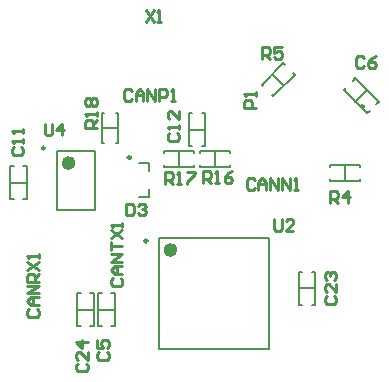
<source format=gbr>
%TF.GenerationSoftware,Altium Limited,Altium Designer,18.1.9 (240)*%
G04 Layer_Color=65535*
%FSLAX26Y26*%
%MOIN*%
%TF.FileFunction,Legend,Top*%
%TF.Part,Single*%
G01*
G75*
%TA.AperFunction,NonConductor*%
%ADD50C,0.010000*%
%ADD51C,0.009842*%
%ADD53C,0.023622*%
%ADD55C,0.007874*%
%ADD56C,0.005906*%
D50*
X498140Y1963177D02*
X524379Y1923820D01*
Y1963177D02*
X498140Y1923820D01*
X537498D02*
X550617D01*
X544057D01*
Y1963177D01*
X537498Y1956618D01*
X161026Y1584544D02*
Y1551747D01*
X167585Y1545187D01*
X180704D01*
X187264Y1551747D01*
Y1584544D01*
X220062Y1545187D02*
Y1584544D01*
X200383Y1564866D01*
X226621D01*
X925197Y1267294D02*
Y1234496D01*
X931756Y1227936D01*
X944876D01*
X951435Y1234496D01*
Y1267294D01*
X990793Y1227936D02*
X964554D01*
X990793Y1254175D01*
Y1260734D01*
X984233Y1267294D01*
X971114D01*
X964554Y1260734D01*
X387986Y1071206D02*
X381426Y1064647D01*
Y1051527D01*
X387986Y1044968D01*
X414224D01*
X420784Y1051527D01*
Y1064647D01*
X414224Y1071206D01*
X420784Y1084325D02*
X394545D01*
X381426Y1097444D01*
X394545Y1110563D01*
X420784D01*
X401105D01*
Y1084325D01*
X420784Y1123683D02*
X381426D01*
X420784Y1149921D01*
X381426D01*
Y1163040D02*
Y1189278D01*
Y1176159D01*
X420784D01*
X381426Y1202397D02*
X420784Y1228636D01*
X381426D02*
X420784Y1202397D01*
Y1241755D02*
Y1254874D01*
Y1248314D01*
X381426D01*
X387986Y1241755D01*
X108934Y966120D02*
X102375Y959560D01*
Y946441D01*
X108934Y939882D01*
X135173D01*
X141732Y946441D01*
Y959560D01*
X135173Y966120D01*
X141732Y979239D02*
X115494D01*
X102375Y992358D01*
X115494Y1005477D01*
X141732D01*
X122054D01*
Y979239D01*
X141732Y1018596D02*
X102375D01*
X141732Y1044835D01*
X102375D01*
X141732Y1057954D02*
X102375D01*
Y1077632D01*
X108934Y1084192D01*
X122054D01*
X128613Y1077632D01*
Y1057954D01*
Y1071073D02*
X141732Y1084192D01*
X102375Y1097311D02*
X141732Y1123549D01*
X102375D02*
X141732Y1097311D01*
Y1136669D02*
Y1149788D01*
Y1143228D01*
X102375D01*
X108934Y1136669D01*
X451435Y1694215D02*
X444876Y1700775D01*
X431757D01*
X425197Y1694215D01*
Y1667977D01*
X431757Y1661417D01*
X444876D01*
X451435Y1667977D01*
X464554Y1661417D02*
Y1687656D01*
X477673Y1700775D01*
X490793Y1687656D01*
Y1661417D01*
Y1681096D01*
X464554D01*
X503912Y1661417D02*
Y1700775D01*
X530150Y1661417D01*
Y1700775D01*
X543269Y1661417D02*
Y1700775D01*
X562948D01*
X569507Y1694215D01*
Y1681096D01*
X562948Y1674536D01*
X543269D01*
X582626Y1661417D02*
X595746D01*
X589186D01*
Y1700775D01*
X582626Y1694215D01*
X860884Y1395310D02*
X854324Y1401870D01*
X841205D01*
X834646Y1395310D01*
Y1369072D01*
X841205Y1362513D01*
X854324D01*
X860884Y1369072D01*
X874003Y1362513D02*
Y1388751D01*
X887122Y1401870D01*
X900241Y1388751D01*
Y1362513D01*
Y1382191D01*
X874003D01*
X913361Y1362513D02*
Y1401870D01*
X939599Y1362513D01*
Y1401870D01*
X952718Y1362513D02*
Y1401870D01*
X978956Y1362513D01*
Y1401870D01*
X992075Y1362513D02*
X1005194D01*
X998635D01*
Y1401870D01*
X992075Y1395310D01*
X334558Y1570938D02*
X295200D01*
Y1590617D01*
X301760Y1597176D01*
X314879D01*
X321438Y1590617D01*
Y1570938D01*
Y1584057D02*
X334558Y1597176D01*
Y1610296D02*
Y1623415D01*
Y1616855D01*
X295200D01*
X301760Y1610296D01*
Y1643093D02*
X295200Y1649653D01*
Y1662772D01*
X301760Y1669332D01*
X308319D01*
X314879Y1662772D01*
X321438Y1669332D01*
X327998D01*
X334558Y1662772D01*
Y1649653D01*
X327998Y1643093D01*
X321438D01*
X314879Y1649653D01*
X308319Y1643093D01*
X301760D01*
X314879Y1649653D02*
Y1662772D01*
X564055Y1382763D02*
Y1422120D01*
X583734D01*
X590293Y1415560D01*
Y1402441D01*
X583734Y1395882D01*
X564055D01*
X577174D02*
X590293Y1382763D01*
X603413D02*
X616532D01*
X609972D01*
Y1422120D01*
X603413Y1415560D01*
X636210Y1422120D02*
X662448D01*
Y1415560D01*
X636210Y1389322D01*
Y1382763D01*
X688756Y1387881D02*
Y1427238D01*
X708435D01*
X714995Y1420679D01*
Y1407560D01*
X708435Y1401000D01*
X688756D01*
X701875D02*
X714995Y1387881D01*
X728114D02*
X741233D01*
X734673D01*
Y1427238D01*
X728114Y1420679D01*
X787150Y1427238D02*
X774031Y1420679D01*
X760912Y1407560D01*
Y1394440D01*
X767471Y1387881D01*
X780590D01*
X787150Y1394440D01*
Y1401000D01*
X780590Y1407560D01*
X760912D01*
X886410Y1799213D02*
Y1838570D01*
X906089D01*
X912649Y1832010D01*
Y1818891D01*
X906089Y1812332D01*
X886410D01*
X899529D02*
X912649Y1799213D01*
X952006Y1838570D02*
X925768D01*
Y1818891D01*
X938887Y1825451D01*
X945447D01*
X952006Y1818891D01*
Y1805772D01*
X945447Y1799213D01*
X932327D01*
X925768Y1805772D01*
X1114173Y1320771D02*
Y1360128D01*
X1133852D01*
X1140411Y1353569D01*
Y1340449D01*
X1133852Y1333890D01*
X1114173D01*
X1127292D02*
X1140411Y1320771D01*
X1173209D02*
Y1360128D01*
X1153531Y1340449D01*
X1179769D01*
X866858Y1637795D02*
X827501D01*
Y1657474D01*
X834061Y1664034D01*
X847180D01*
X853739Y1657474D01*
Y1637795D01*
X866858Y1677153D02*
Y1690272D01*
Y1683712D01*
X827501D01*
X834061Y1677153D01*
X433189Y1318343D02*
Y1278986D01*
X452868D01*
X459427Y1285545D01*
Y1311784D01*
X452868Y1318343D01*
X433189D01*
X472546Y1311784D02*
X479106Y1318343D01*
X492225D01*
X498784Y1311784D01*
Y1305224D01*
X492225Y1298664D01*
X485665D01*
X492225D01*
X498784Y1292105D01*
Y1285545D01*
X492225Y1278986D01*
X479106D01*
X472546Y1285545D01*
X271787Y785096D02*
X265227Y778537D01*
Y765418D01*
X271787Y758858D01*
X298025D01*
X304585Y765418D01*
Y778537D01*
X298025Y785096D01*
X304585Y824454D02*
Y798216D01*
X278346Y824454D01*
X271787D01*
X265227Y817894D01*
Y804775D01*
X271787Y798216D01*
X304585Y857252D02*
X265227D01*
X284906Y837573D01*
Y863811D01*
X1101061Y1010490D02*
X1094501Y1003931D01*
Y990812D01*
X1101061Y984252D01*
X1127299D01*
X1133858Y990812D01*
Y1003931D01*
X1127299Y1010490D01*
X1133858Y1049848D02*
Y1023609D01*
X1107620Y1049848D01*
X1101061D01*
X1094501Y1043288D01*
Y1030169D01*
X1101061Y1023609D01*
Y1062967D02*
X1094501Y1069526D01*
Y1082646D01*
X1101061Y1089205D01*
X1107620D01*
X1114180Y1082646D01*
Y1076086D01*
Y1082646D01*
X1120739Y1089205D01*
X1127299D01*
X1133858Y1082646D01*
Y1069526D01*
X1127299Y1062967D01*
X577438Y1553797D02*
X570879Y1547238D01*
Y1534119D01*
X577438Y1527559D01*
X603677D01*
X610236Y1534119D01*
Y1547238D01*
X603677Y1553797D01*
X610236Y1566917D02*
Y1580036D01*
Y1573476D01*
X570879D01*
X577438Y1566917D01*
X610236Y1625953D02*
Y1599714D01*
X583998Y1625953D01*
X577438D01*
X570879Y1619393D01*
Y1606274D01*
X577438Y1599714D01*
X57753Y1506553D02*
X51194Y1499994D01*
Y1486875D01*
X57753Y1480315D01*
X83992D01*
X90551Y1486875D01*
Y1499994D01*
X83992Y1506553D01*
X90551Y1519672D02*
Y1532792D01*
Y1526232D01*
X51194D01*
X57753Y1519672D01*
X90551Y1552470D02*
Y1565589D01*
Y1559030D01*
X51194D01*
X57753Y1552470D01*
X1227026Y1804451D02*
X1220466Y1811011D01*
X1207347D01*
X1200787Y1804451D01*
Y1778213D01*
X1207347Y1771653D01*
X1220466D01*
X1227026Y1778213D01*
X1266383Y1811011D02*
X1253264Y1804451D01*
X1240145Y1791332D01*
Y1778213D01*
X1246704Y1771653D01*
X1259823D01*
X1266383Y1778213D01*
Y1784773D01*
X1259823Y1791332D01*
X1240145D01*
X342653Y824466D02*
X336094Y817907D01*
Y804788D01*
X342653Y798228D01*
X368891D01*
X375451Y804788D01*
Y817907D01*
X368891Y824466D01*
X336094Y863824D02*
Y837586D01*
X355772D01*
X349213Y850705D01*
Y857264D01*
X355772Y863824D01*
X368891D01*
X375451Y857264D01*
Y844145D01*
X368891Y837586D01*
D51*
X1224923Y1642529D02*
G03*
X1224923Y1642529I-4921J0D01*
G01*
X503922Y1194163D02*
G03*
X503922Y1194163I-4921J0D01*
G01*
X448858Y1471742D02*
G03*
X448858Y1471742I-4921J0D01*
G01*
X162274Y1503002D02*
G03*
X162274Y1503002I-4921J0D01*
G01*
D53*
X592504Y1163652D02*
G03*
X592504Y1163652I-11811J0D01*
G01*
X252825Y1453592D02*
G03*
X252825Y1453592I-11811J0D01*
G01*
D55*
X541323Y834911D02*
X909434D01*
X541323Y1203022D02*
X909434D01*
Y834911D02*
Y1203022D01*
X541323Y834911D02*
Y1203022D01*
X476811Y1454419D02*
X508898D01*
Y1428435D02*
Y1454419D01*
X476811Y1339459D02*
X508898D01*
Y1365443D01*
X201644Y1296112D02*
Y1492963D01*
X327628Y1296112D02*
Y1492963D01*
X201644D02*
X327628D01*
X201644Y1296112D02*
X327628D01*
D56*
X918774Y1681124D02*
X924120Y1675779D01*
X994830Y1746490D01*
X989485Y1751835D02*
X994830Y1746490D01*
X955856Y1785465D02*
X961201Y1780119D01*
X885145Y1714754D02*
X955856Y1785465D01*
X885145Y1714754D02*
X890490Y1709409D01*
X920500Y1750109D02*
X959475Y1711135D01*
X1158074Y1696653D02*
X1166426Y1705004D01*
X1158074Y1696653D02*
X1236023Y1618704D01*
X1244374Y1627055D01*
X1266645Y1649326D02*
X1274997Y1657678D01*
X1197048Y1735627D02*
X1274997Y1657678D01*
X1188697Y1727275D02*
X1197048Y1735627D01*
Y1657678D02*
X1236023Y1696653D01*
X1113386Y1391811D02*
Y1399370D01*
Y1391811D02*
X1213386D01*
Y1399370D01*
Y1439370D02*
Y1446929D01*
X1113386D02*
X1213386D01*
X1113386Y1439370D02*
Y1446929D01*
X1163386Y1391811D02*
Y1446929D01*
X641732Y1620128D02*
X653543D01*
X641732Y1509892D02*
Y1620128D01*
Y1509892D02*
X653543D01*
X685039D02*
X696850D01*
Y1620128D01*
X685039D02*
X696850D01*
X641732Y1565010D02*
X696850D01*
X778937Y1486417D02*
Y1493976D01*
X678937D02*
X778937D01*
X678937Y1486417D02*
Y1493976D01*
Y1438858D02*
Y1446417D01*
Y1438858D02*
X778937D01*
Y1446417D01*
X728937Y1438858D02*
Y1493976D01*
X660659Y1486417D02*
Y1493976D01*
X560659D02*
X660659D01*
X560659Y1486417D02*
Y1493976D01*
Y1438858D02*
Y1446417D01*
Y1438858D02*
X660659D01*
Y1446417D01*
X610659Y1438858D02*
Y1493976D01*
X384126Y909449D02*
X395938D01*
Y1019685D01*
X384126D02*
X395938D01*
X340819D02*
X352630D01*
X340819Y909449D02*
Y1019685D01*
Y909449D02*
X352630D01*
X340819Y964567D02*
X395938D01*
X313093Y909449D02*
X324904D01*
Y1019685D01*
X313093D02*
X324904D01*
X269786D02*
X281597D01*
X269786Y909449D02*
Y1019685D01*
Y909449D02*
X281597D01*
X269786Y964567D02*
X324904D01*
X1051181Y980581D02*
X1062992D01*
Y1090817D01*
X1051181D02*
X1062992D01*
X1007874D02*
X1019685D01*
X1007874Y980581D02*
Y1090817D01*
Y980581D02*
X1019685D01*
X1007874Y1035699D02*
X1062992D01*
X351378Y1618947D02*
X358937D01*
X351378Y1518947D02*
Y1618947D01*
Y1518947D02*
X358937D01*
X398937D02*
X406496D01*
Y1618947D01*
X398937D02*
X406496D01*
X351378Y1568947D02*
X406496D01*
X46378Y1443081D02*
X58189D01*
X46378Y1332844D02*
Y1443081D01*
Y1332844D02*
X58189D01*
X89685D02*
X101496D01*
Y1443081D01*
X89685D02*
X101496D01*
X46378Y1387963D02*
X101496D01*
%TF.MD5,946b4cf518b910fb1ec1743325720da9*%
M02*

</source>
